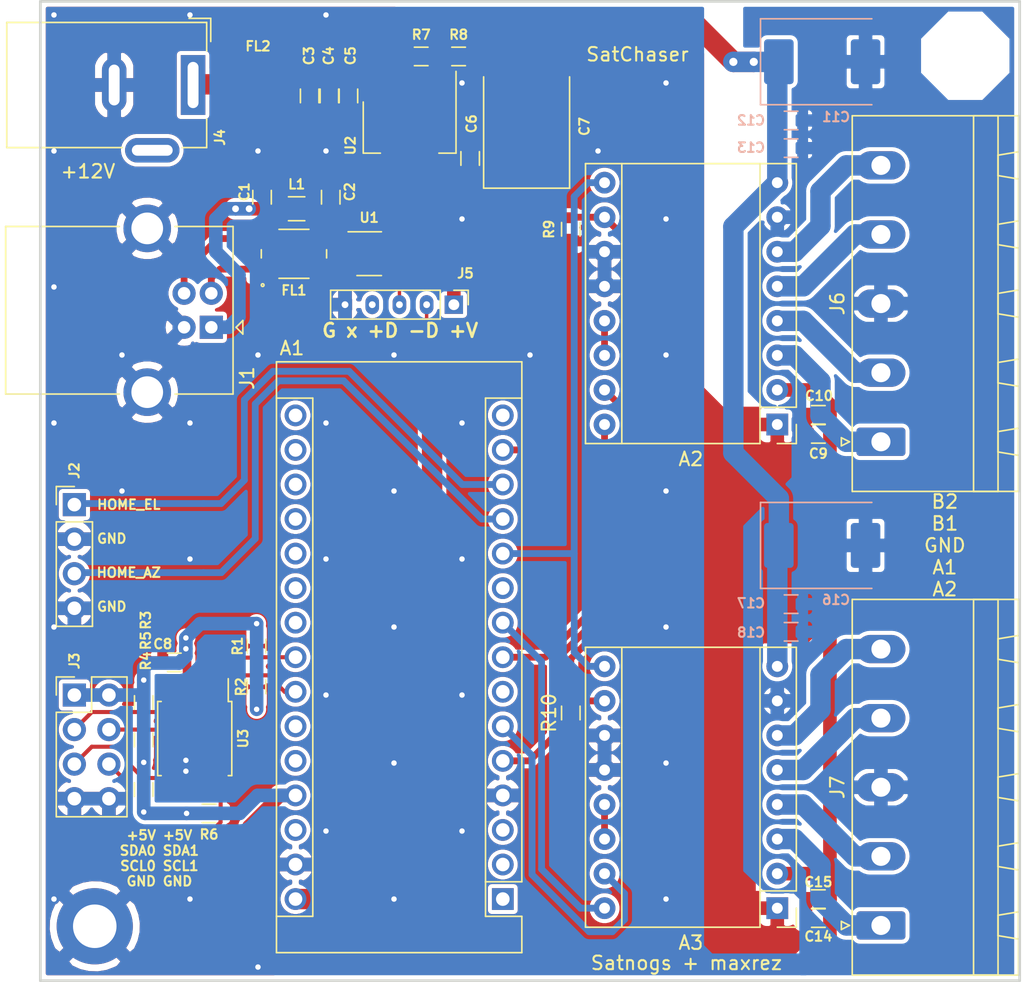
<source format=kicad_pcb>
(kicad_pcb (version 20171130) (host pcbnew "(5.1.10)-1")
  (layers (0 F.Cu signal) (31 B.Cu signal) (34 B.Paste user) (35 F.Paste user) (36 B.SilkS user) (37 F.SilkS user) (38 B.Mask user) (39 F.Mask user) (44 Edge.Cuts user))
  (net 0 "")
  (net 1 "Net-(A1-Pad16)")
  (net 2 "Net-(A1-Pad15)")
  (net 3 "Net-(A1-Pad28)")
  (net 4 "Net-(A1-Pad26)")
  (net 5 "Net-(A1-Pad10)")
  (net 6 "Net-(A1-Pad25)")
  (net 7 "Net-(A1-Pad24)")
  (net 8 "Net-(A1-Pad23)")
  (net 9 "Net-(A1-Pad7)")
  (net 10 "Net-(A1-Pad22)")
  (net 11 "Net-(A1-Pad21)")
  (net 12 "Net-(A1-Pad20)")
  (net 13 "Net-(A1-Pad19)")
  (net 14 "Net-(A1-Pad3)")
  (net 15 "Net-(A1-Pad18)")
  (net 16 "Net-(A1-Pad2)")
  (net 17 "Net-(A1-Pad17)")
  (net 18 "Net-(A1-Pad1)")
  (net 19 "Net-(A2-Pad6)")
  (net 20 "Net-(A2-Pad13)")
  (net 21 "Net-(A2-Pad5)")
  (net 22 "Net-(A2-Pad4)")
  (net 23 "Net-(A2-Pad3)")
  (net 24 "Net-(A3-Pad6)")
  (net 25 "Net-(A3-Pad13)")
  (net 26 "Net-(A3-Pad5)")
  (net 27 "Net-(A3-Pad4)")
  (net 28 "Net-(A3-Pad3)")
  (net 29 DIR_1)
  (net 30 +12V)
  (net 31 STEP_1)
  (net 32 GND)
  (net 33 MS1)
  (net 34 +5V)
  (net 35 M_EN)
  (net 36 DIR_2)
  (net 37 STEP_2)
  (net 38 "Net-(FL1-Pad2)")
  (net 39 "Net-(FL1-Pad3)")
  (net 40 "Net-(FL1-Pad4)")
  (net 41 "Net-(FL1-Pad1)")
  (net 42 +7.5V)
  (net 43 HOME_EL)
  (net 44 HOME_AZ)
  (net 45 "Net-(FL2-Pad1)")
  (net 46 "Net-(J5-Pad3)")
  (net 47 "Net-(J5-Pad2)")
  (net 48 "Net-(J5-Pad4)")
  (net 49 SENS_SDA0)
  (net 50 SENS_SCL0)
  (net 51 SENS_SDA1)
  (net 52 SENS_SCL1)
  (net 53 "Net-(C1-Pad2)")
  (net 54 "Net-(C2-Pad2)")
  (net 55 "Net-(R7-Pad2)")
  (module MountingHole:MountingHole_3.2mm_M3_DIN965 (layer F.Cu) (at 182 68)
    (fp_text reference H2 hide)
    (fp_text value MountingHole hide)
    (pad 1 np_thru_hole circle (at 0 0) (size 3.2 3.2) (drill 3.2) (layers *.Cu *.Mask))
  )
  (module MountingHole:MountingHole_3.2mm_M3_DIN965_Pad (layer F.Cu) (at 118 132)
    (fp_text reference H1 hide)
    (fp_text value MountingHole_Pad hide)
    (pad 1 thru_hole circle (at 0 0) (size 5.6 5.6) (drill 3.2) (layers *.Cu *.Mask) (net 32 GND))
  )
  (module Connector_PinHeader_2.54mm:PinHeader_2x04_P2.54mm_Vertical (layer F.Cu) (at 116.5 115)
    (fp_text reference J3 (at 0 -2.5 90) (layer F.SilkS) (effects (font (size 0.7 0.7))))
    (fp_text value Conn_01x05 hide)
    (pad 8 thru_hole oval (at 2.54 7.62) (size 1.7 1.7) (drill 1) (layers *.Cu *.Mask) (net 32 GND))
    (pad 7 thru_hole oval (at 0 7.62) (size 1.7 1.7) (drill 1) (layers *.Cu *.Mask) (net 32 GND))
    (pad 6 thru_hole oval (at 2.54 5.08) (size 1.7 1.7) (drill 1) (layers *.Cu *.Mask) (net 52 SENS_SCL1))
    (pad 5 thru_hole oval (at 0 5.08) (size 1.7 1.7) (drill 1) (layers *.Cu *.Mask) (net 50 SENS_SCL0))
    (pad 4 thru_hole oval (at 2.54 2.54) (size 1.7 1.7) (drill 1) (layers *.Cu *.Mask) (net 51 SENS_SDA1))
    (pad 3 thru_hole oval (at 0 2.54) (size 1.7 1.7) (drill 1) (layers *.Cu *.Mask) (net 49 SENS_SDA0))
    (pad 2 thru_hole oval (at 2.54 0) (size 1.7 1.7) (drill 1) (layers *.Cu *.Mask) (net 34 +5V))
    (pad 1 thru_hole rect (at 0 0) (size 1.7 1.7) (drill 1) (layers *.Cu *.Mask) (net 34 +5V))
  )
  (module Package_SO:SOIC-8_5.23x5.23mm_P1.27mm (layer F.Cu) (at 125.35 118.2 270)
    (fp_text reference U3 (at 0 -3.56 90) (layer F.SilkS) (effects (font (size 0.7 0.7))))
    (fp_text value PCA9540 hide)
    (pad 8 smd roundrect (at 3.6 -1.905 270) (size 1.6 0.6) (layers F.Cu F.Paste F.Mask) (net 52 SENS_SCL1))
    (pad 7 smd roundrect (at 3.6 -0.635 270) (size 1.6 0.6) (layers F.Cu F.Paste F.Mask) (net 51 SENS_SDA1))
    (pad 6 smd roundrect (at 3.6 0.635 270) (size 1.6 0.6) (layers F.Cu F.Paste F.Mask) (net 32 GND))
    (pad 5 smd roundrect (at 3.6 1.905 270) (size 1.6 0.6) (layers F.Cu F.Paste F.Mask) (net 50 SENS_SCL0))
    (pad 4 smd roundrect (at -3.6 1.905 270) (size 1.6 0.6) (layers F.Cu F.Paste F.Mask) (net 49 SENS_SDA0))
    (pad 3 smd roundrect (at -3.6 0.635 270) (size 1.6 0.6) (layers F.Cu F.Paste F.Mask) (net 34 +5V))
    (pad 2 smd roundrect (at -3.6 -0.635 270) (size 1.6 0.6) (layers F.Cu F.Paste F.Mask) (net 8 "Net-(A1-Pad23)"))
    (pad 1 smd roundrect (at -3.6 -1.905 270) (size 1.6 0.6) (layers F.Cu F.Paste F.Mask) (net 7 "Net-(A1-Pad24)"))
  )
  (module Spacemanic_SMD:R_0603_HS_b (layer F.Cu) (at 126.4 123.7)
    (fp_text reference R6 (at 0 1.55) (layer F.SilkS) (effects (font (size 0.7 0.7))))
    (fp_text value 100k hide)
    (pad 2 smd rect (at 0.85 0) (size 0.8 0.9) (layers F.Cu F.Paste F.Mask) (net 52 SENS_SCL1))
    (pad 1 smd rect (at -0.85 0) (size 0.8 0.9) (layers F.Cu F.Paste F.Mask) (net 34 +5V))
  )
  (module Spacemanic_SMD:R_0603_HS_b (layer F.Cu) (at 121.6 118.3 270)
    (fp_text reference R5 (at -7.3 -0.15 90) (layer F.SilkS) (effects (font (size 0.7 0.7))))
    (fp_text value 100k hide)
    (pad 2 smd rect (at 0.85 0 270) (size 0.8 0.9) (layers F.Cu F.Paste F.Mask) (net 34 +5V))
    (pad 1 smd rect (at -0.85 0 270) (size 0.8 0.9) (layers F.Cu F.Paste F.Mask) (net 51 SENS_SDA1))
  )
  (module Spacemanic_SMD:R_0603_HS_b (layer F.Cu) (at 121.6 121.95 90)
    (fp_text reference R4 (at 9.45 0.15 90) (layer F.SilkS) (effects (font (size 0.7 0.7))))
    (fp_text value 100k hide)
    (pad 2 smd rect (at 0.85 0 90) (size 0.8 0.9) (layers F.Cu F.Paste F.Mask) (net 50 SENS_SCL0))
    (pad 1 smd rect (at -0.85 0 90) (size 0.8 0.9) (layers F.Cu F.Paste F.Mask) (net 34 +5V))
  )
  (module Spacemanic_SMD:R_0603_HS_b (layer F.Cu) (at 121.6 115.55 90)
    (fp_text reference R3 (at 6.05 0.15 90) (layer F.SilkS) (effects (font (size 0.7 0.7))))
    (fp_text value 100k hide)
    (pad 2 smd rect (at 0.85 0 90) (size 0.8 0.9) (layers F.Cu F.Paste F.Mask) (net 34 +5V))
    (pad 1 smd rect (at -0.85 0 90) (size 0.8 0.9) (layers F.Cu F.Paste F.Mask) (net 49 SENS_SDA0))
  )
  (module Spacemanic_SMD:R_0603_HS_b (layer F.Cu) (at 129.9 114.4 90)
    (fp_text reference R2 (at 0 -1.15 90) (layer F.SilkS) (effects (font (size 0.7 0.7))))
    (fp_text value 100k)
    (pad 2 smd rect (at 0.85 0 90) (size 0.8 0.9) (layers F.Cu F.Paste F.Mask) (net 7 "Net-(A1-Pad24)"))
    (pad 1 smd rect (at -0.85 0 90) (size 0.8 0.9) (layers F.Cu F.Paste F.Mask) (net 34 +5V))
  )
  (module Spacemanic_SMD:R_0603_HS_b (layer F.Cu) (at 129.9 111.4 90)
    (fp_text reference R1 (at 0 -1.4 90) (layer F.SilkS) (effects (font (size 0.7 0.7))))
    (fp_text value 100k)
    (pad 2 smd rect (at 0.85 0 90) (size 0.8 0.9) (layers F.Cu F.Paste F.Mask) (net 34 +5V))
    (pad 1 smd rect (at -0.85 0 90) (size 0.8 0.9) (layers F.Cu F.Paste F.Mask) (net 8 "Net-(A1-Pad23)"))
  )
  (module Spacemanic_SMD:C_0603_HS (layer F.Cu) (at 123.85 112.6)
    (fp_text reference C8 (at -0.85 -1.35) (layer F.SilkS) (effects (font (size 0.7 0.7))))
    (fp_text value 100nF hide)
    (pad 1 smd rect (at -0.85 0) (size 0.8 0.9) (layers F.Cu F.Paste F.Mask) (net 32 GND))
    (pad 2 smd rect (at 0.85 0) (size 0.8 0.9) (layers F.Cu F.Paste F.Mask) (net 34 +5V))
  )
  (module Connector_PinHeader_2.54mm:PinHeader_1x04_P2.54mm_Vertical (layer F.Cu) (at 116.5 101)
    (fp_text reference J2 (at 0 -2.5 90) (layer F.SilkS) (effects (font (size 0.7 0.7))))
    (fp_text value Conn_01x05 hide)
    (pad 4 thru_hole oval (at 0 7.62) (size 1.7 1.7) (drill 1) (layers *.Cu *.Mask) (net 32 GND))
    (pad 3 thru_hole oval (at 0 5.08) (size 1.7 1.7) (drill 1) (layers *.Cu *.Mask) (net 44 HOME_AZ))
    (pad 2 thru_hole oval (at 0 2.54) (size 1.7 1.7) (drill 1) (layers *.Cu *.Mask) (net 32 GND))
    (pad 1 thru_hole rect (at 0 0) (size 1.7 1.7) (drill 1) (layers *.Cu *.Mask) (net 43 HOME_EL))
  )
  (module Connector_PinHeader_2.00mm:PinHeader_1x05_P2.00mm_Vertical (layer F.Cu) (at 144.4 86.3 270)
    (fp_text reference J5 (at -2.3 -0.85 180) (layer F.SilkS) (effects (font (size 0.7 0.7))))
    (fp_text value Conn_01x05 hide)
    (pad 5 thru_hole oval (at 0 8 270) (size 1.4 1) (drill 0.5) (layers *.Cu *.Mask) (net 32 GND))
    (pad 4 thru_hole oval (at 0 6 270) (size 1.4 1) (drill 0.5) (layers *.Cu *.Mask) (net 48 "Net-(J5-Pad4)"))
    (pad 3 thru_hole oval (at 0 4 270) (size 1.4 1) (drill 0.5) (layers *.Cu *.Mask) (net 46 "Net-(J5-Pad3)"))
    (pad 2 thru_hole oval (at 0 2 270) (size 1.4 1) (drill 0.5) (layers *.Cu *.Mask) (net 47 "Net-(J5-Pad2)"))
    (pad 1 thru_hole rect (at 0 0 270) (size 1.35 1.35) (drill 0.8) (layers *.Cu *.Mask) (net 54 "Net-(C2-Pad2)"))
  )
  (module Spacemanic_SMD:R_0603_HS_b (layer F.Cu) (at 144.75 68.05)
    (fp_text reference R8 (at 0 -1.6) (layer F.SilkS) (effects (font (size 0.7 0.7))))
    (fp_text value ? hide)
    (pad 1 smd rect (at -0.85 0) (size 0.8 0.9) (layers F.Cu F.Paste F.Mask) (net 55 "Net-(R7-Pad2)"))
    (pad 2 smd rect (at 0.85 0) (size 0.8 0.9) (layers F.Cu F.Paste F.Mask) (net 32 GND))
  )
  (module Spacemanic_SMD:R_0603_HS_b (layer F.Cu) (at 142 68.05)
    (fp_text reference R7 (at 0 -1.6) (layer F.SilkS) (effects (font (size 0.7 0.7))))
    (fp_text value ? hide)
    (pad 1 smd rect (at -0.85 0) (size 0.8 0.9) (layers F.Cu F.Paste F.Mask) (net 42 +7.5V))
    (pad 2 smd rect (at 0.85 0) (size 0.8 0.9) (layers F.Cu F.Paste F.Mask) (net 55 "Net-(R7-Pad2)"))
  )
  (module Spacemanic_SMD:R_0603_HS_b (layer F.Cu) (at 153 116.319 90)
    (fp_text reference R10 (at 0 -1.6 90) (layer F.SilkS))
    (fp_text value 100k hide)
    (pad 1 smd rect (at -0.85 0 90) (size 0.8 0.9) (layers F.Cu F.Paste F.Mask) (net 32 GND))
    (pad 2 smd rect (at 0.85 0 90) (size 0.8 0.9) (layers F.Cu F.Paste F.Mask) (net 33 MS1))
  )
  (module Spacemanic_SMD:R_0603_HS_b (layer F.Cu) (at 153 80.759 90)
    (fp_text reference R9 (at 0 -1.6 90) (layer F.SilkS) (effects (font (size 0.7 0.7))))
    (fp_text value 100k hide)
    (pad 1 smd rect (at -0.85 0 90) (size 0.8 0.9) (layers F.Cu F.Paste F.Mask) (net 32 GND))
    (pad 2 smd rect (at 0.85 0 90) (size 0.8 0.9) (layers F.Cu F.Paste F.Mask) (net 33 MS1))
  )
  (module Spacemanic_SMD:C_0603_HS (layer F.Cu) (at 135.25 70.95 90)
    (fp_text reference C4 (at 2.95 -0.05 90) (layer F.SilkS) (effects (font (size 0.7 0.7))))
    (fp_text value 1nF hide)
    (pad 1 smd rect (at -0.85 0 90) (size 0.8 0.9) (layers F.Cu F.Paste F.Mask) (net 32 GND))
    (pad 2 smd rect (at 0.85 0 90) (size 0.8 0.9) (layers F.Cu F.Paste F.Mask) (net 30 +12V))
  )
  (module Spacemanic_SMD:C_0603_HS (layer F.Cu) (at 133.8 70.95 90)
    (fp_text reference C3 (at 2.95 -0.05 90) (layer F.SilkS) (effects (font (size 0.7 0.7))))
    (fp_text value 100pF hide)
    (pad 1 smd rect (at -0.85 0 90) (size 0.8 0.9) (layers F.Cu F.Paste F.Mask) (net 32 GND))
    (pad 2 smd rect (at 0.85 0 90) (size 0.8 0.9) (layers F.Cu F.Paste F.Mask) (net 30 +12V))
  )
  (module Spacemanic_SMD:C_0603_HS (layer F.Cu) (at 145.6 75.55 270)
    (fp_text reference C6 (at -2.55 -0.1 90) (layer F.SilkS) (effects (font (size 0.7 0.7))))
    (fp_text value 100nF hide)
    (pad 1 smd rect (at -0.85 0 270) (size 0.8 0.9) (layers F.Cu F.Paste F.Mask) (net 32 GND))
    (pad 2 smd rect (at 0.85 0 270) (size 0.8 0.9) (layers F.Cu F.Paste F.Mask) (net 42 +7.5V))
  )
  (module Spacemanic_SMD:C_0603_HS (layer F.Cu) (at 136.65 70.95 90)
    (fp_text reference C5 (at 2.95 0.15 90) (layer F.SilkS) (effects (font (size 0.7 0.7))))
    (fp_text value 100nF hide)
    (pad 1 smd rect (at -0.85 0 90) (size 0.8 0.9) (layers F.Cu F.Paste F.Mask) (net 32 GND))
    (pad 2 smd rect (at 0.85 0 90) (size 0.8 0.9) (layers F.Cu F.Paste F.Mask) (net 30 +12V))
  )
  (module Spacemanic_SMD:C_0603_HS (layer F.Cu) (at 135.35 78.4 270)
    (fp_text reference C2 (at -0.4 -1.4 90) (layer F.SilkS) (effects (font (size 0.7 0.7))))
    (fp_text value 100nF hide)
    (pad 1 smd rect (at -0.85 0 270) (size 0.8 0.9) (layers F.Cu F.Paste F.Mask) (net 32 GND))
    (pad 2 smd rect (at 0.85 0 270) (size 0.8 0.9) (layers F.Cu F.Paste F.Mask) (net 54 "Net-(C2-Pad2)"))
  )
  (module Spacemanic_SMD:C_0603_HS (layer F.Cu) (at 130.3 78.4 270)
    (fp_text reference C1 (at -0.4 1.3 90) (layer F.SilkS) (effects (font (size 0.7 0.7))))
    (fp_text value 100nF hide)
    (pad 2 smd rect (at 0.85 0 270) (size 0.8 0.9) (layers F.Cu F.Paste F.Mask) (net 53 "Net-(C1-Pad2)"))
    (pad 1 smd rect (at -0.85 0 270) (size 0.8 0.9) (layers F.Cu F.Paste F.Mask) (net 32 GND))
  )
  (module Spacemanic_SMD:C_0603_HS (layer B.Cu) (at 169.196 110.35 180)
    (fp_text reference C18 (at 2.946 -0.05) (layer B.SilkS) (effects (font (size 0.7 0.7)) (justify mirror)))
    (fp_text value 1nF)
    (pad 2 smd rect (at 0.85 0 180) (size 0.8 0.9) (layers B.Cu B.Paste B.Mask) (net 30 +12V))
    (pad 1 smd rect (at -0.85 0 180) (size 0.8 0.9) (layers B.Cu B.Paste B.Mask) (net 32 GND))
  )
  (module Spacemanic_SMD:C_0603_HS (layer B.Cu) (at 169.196 108.318 180)
    (fp_text reference C17 (at 2.946 0.068) (layer B.SilkS) (effects (font (size 0.7 0.7)) (justify mirror)))
    (fp_text value 100nF)
    (pad 2 smd rect (at 0.85 0 180) (size 0.8 0.9) (layers B.Cu B.Paste B.Mask) (net 30 +12V))
    (pad 1 smd rect (at -0.85 0 180) (size 0.8 0.9) (layers B.Cu B.Paste B.Mask) (net 32 GND))
  )
  (module Spacemanic_SMD:C_0603_HS (layer F.Cu) (at 171.2 130)
    (fp_text reference C15 (at 0 -1.25 180) (layer F.SilkS) (effects (font (size 0.7 0.7))))
    (fp_text value 10nF hide)
    (pad 2 smd rect (at 0.85 0) (size 0.8 0.9) (layers F.Cu F.Paste F.Mask) (net 34 +5V))
    (pad 1 smd rect (at -0.85 0) (size 0.8 0.9) (layers F.Cu F.Paste F.Mask) (net 32 GND))
  )
  (module Spacemanic_SMD:C_0603_HS (layer F.Cu) (at 171.2 131.4)
    (fp_text reference C14 (at 0 1.35 180) (layer F.SilkS) (effects (font (size 0.7 0.7))))
    (fp_text value 100nF hide)
    (pad 2 smd rect (at 0.85 0) (size 0.8 0.9) (layers F.Cu F.Paste F.Mask) (net 34 +5V))
    (pad 1 smd rect (at -0.85 0) (size 0.8 0.9) (layers F.Cu F.Paste F.Mask) (net 32 GND))
  )
  (module Spacemanic_SMD:C_0603_HS (layer B.Cu) (at 169.196 74.79 180)
    (fp_text reference C13 (at 2.946 0.04) (layer B.SilkS) (effects (font (size 0.7 0.7)) (justify mirror)))
    (fp_text value 1nF)
    (pad 2 smd rect (at 0.85 0 180) (size 0.8 0.9) (layers B.Cu B.Paste B.Mask) (net 30 +12V))
    (pad 1 smd rect (at -0.85 0 180) (size 0.8 0.9) (layers B.Cu B.Paste B.Mask) (net 32 GND))
  )
  (module Spacemanic_SMD:C_0603_HS (layer B.Cu) (at 169.196 72.758 180)
    (fp_text reference C12 (at 2.946 0.008) (layer B.SilkS) (effects (font (size 0.7 0.7)) (justify mirror)))
    (fp_text value 100nF)
    (pad 2 smd rect (at 0.85 0 180) (size 0.8 0.9) (layers B.Cu B.Paste B.Mask) (net 30 +12V))
    (pad 1 smd rect (at -0.85 0 180) (size 0.8 0.9) (layers B.Cu B.Paste B.Mask) (net 32 GND))
  )
  (module Spacemanic_SMD:C_0603_HS (layer F.Cu) (at 171.2 94.4)
    (fp_text reference C10 (at 0.05 -1.4 180) (layer F.SilkS) (effects (font (size 0.7 0.7))))
    (fp_text value 10nF hide)
    (pad 2 smd rect (at 0.85 0) (size 0.8 0.9) (layers F.Cu F.Paste F.Mask) (net 34 +5V))
    (pad 1 smd rect (at -0.85 0) (size 0.8 0.9) (layers F.Cu F.Paste F.Mask) (net 32 GND))
  )
  (module Spacemanic_SMD:C_0603_HS (layer F.Cu) (at 171.2 95.8)
    (fp_text reference C9 (at 0 1.45 180) (layer F.SilkS) (effects (font (size 0.7 0.7))))
    (fp_text value 100nF hide)
    (pad 2 smd rect (at 0.85 0) (size 0.8 0.9) (layers F.Cu F.Paste F.Mask) (net 34 +5V))
    (pad 1 smd rect (at -0.85 0) (size 0.8 0.9) (layers F.Cu F.Paste F.Mask) (net 32 GND))
  )
  (module Spacemanic_SMD:R_0805_HS_b (layer F.Cu) (at 132.842 79.248)
    (fp_text reference L1 (at 0 -1.8) (layer F.SilkS) (effects (font (size 0.7 0.7))))
    (fp_text value FB hide)
    (pad 1 smd rect (at -1.05 0) (size 1 1.35) (layers F.Cu F.Paste F.Mask) (net 53 "Net-(C1-Pad2)"))
    (pad 2 smd rect (at 1.05 0) (size 1 1.35) (layers F.Cu F.Paste F.Mask) (net 54 "Net-(C2-Pad2)"))
  )
  (module Connector_BarrelJack:BarrelJack_Wuerth_6941xx301002 (layer F.Cu) (at 125.228 70.15 270)
    (fp_text reference J4 (at 3.85 -1.972 90) (layer F.SilkS) (effects (font (size 0.7 0.7))))
    (fp_text value Conn_01x04 hide)
    (pad 1 thru_hole rect (at 0 0 270) (size 4.4 1.8) (drill oval 3.4 0.8) (layers *.Cu *.Mask) (net 45 "Net-(FL2-Pad1)"))
    (pad 2 thru_hole oval (at 0 5.8 270) (size 4 1.8) (drill oval 3 0.8) (layers *.Cu *.Mask) (net 32 GND))
    (pad 3 thru_hole oval (at 4.8 3) (size 4 1.8) (drill oval 3 0.8) (layers *.Cu *.Mask))
  )
  (module Capacitor_Tantalum_SMD:CP_EIA-7361-438_AVX-U_Pad2.18x3.30mm_HandSolder (layer F.Cu) (at 149.75 73.2 90)
    (fp_text reference C7 (at 0 4.25 90) (layer F.SilkS) (effects (font (size 0.7 0.7))))
    (fp_text value 100uF hide)
    (pad 2 smd roundrect (at 3.1875 0 90) (size 2.175 3.3) (layers F.Cu F.Paste F.Mask) (roundrect_rratio 0.1149429885057471) (net 32 GND))
    (pad 1 smd roundrect (at -3.1875 0 90) (size 2.175 3.3) (layers F.Cu F.Paste F.Mask) (roundrect_rratio 0.1149429885057471) (net 42 +7.5V))
  )
  (module Capacitor_Tantalum_SMD:CP_EIA-7361-438_AVX-U_Pad2.18x3.30mm_HandSolder (layer B.Cu) (at 171.482 104)
    (fp_text reference C16 (at 1.018 4) (layer B.SilkS) (effects (font (size 0.7 0.7)) (justify mirror)))
    (fp_text value 100uF)
    (pad 2 smd roundrect (at 3.1875 0) (size 2.175 3.3) (layers B.Cu B.Paste B.Mask) (roundrect_rratio 0.1149429885057471) (net 32 GND))
    (pad 1 smd roundrect (at -3.1875 0) (size 2.175 3.3) (layers B.Cu B.Paste B.Mask) (roundrect_rratio 0.1149429885057471) (net 30 +12V))
  )
  (module Capacitor_Tantalum_SMD:CP_EIA-7361-438_AVX-U_Pad2.18x3.30mm_HandSolder (layer B.Cu) (at 171.482 68.44)
    (fp_text reference C11 (at 1.018 4.06) (layer B.SilkS) (effects (font (size 0.7 0.7)) (justify mirror)))
    (fp_text value 100uF)
    (pad 2 smd roundrect (at 3.1875 0) (size 2.175 3.3) (layers B.Cu B.Paste B.Mask) (roundrect_rratio 0.1149429885057471) (net 32 GND))
    (pad 1 smd roundrect (at -3.1875 0) (size 2.175 3.3) (layers B.Cu B.Paste B.Mask) (roundrect_rratio 0.1149429885057471) (net 30 +12V))
  )
  (module Connector_Phoenix_MSTB:PhoenixContact_MSTBA_2,5_5-G-5,08_1x05_P5.08mm_Horizontal (layer F.Cu) (at 175.8 131.94 90)
    (fp_text reference J7 (at 10.16 -3.2 90) (layer F.SilkS))
    (fp_text value Conn_01x05 hide)
    (pad 1 thru_hole roundrect (at 0 0 90) (size 2.08 3.6) (drill 1.4) (layers *.Cu *.Mask) (roundrect_rratio 0.1201918269230769) (net 28 "Net-(A3-Pad3)"))
    (pad 2 thru_hole oval (at 5.08 0 90) (size 2.08 3.6) (drill 1.4) (layers *.Cu *.Mask) (net 27 "Net-(A3-Pad4)"))
    (pad 3 thru_hole oval (at 10.16 0 90) (size 2.08 3.6) (drill 1.4) (layers *.Cu *.Mask) (net 32 GND))
    (pad 4 thru_hole oval (at 15.24 0 90) (size 2.08 3.6) (drill 1.4) (layers *.Cu *.Mask) (net 26 "Net-(A3-Pad5)"))
    (pad 5 thru_hole oval (at 20.32 0 90) (size 2.08 3.6) (drill 1.4) (layers *.Cu *.Mask) (net 24 "Net-(A3-Pad6)"))
  )
  (module Connector_Phoenix_MSTB:PhoenixContact_MSTBA_2,5_5-G-5,08_1x05_P5.08mm_Horizontal (layer F.Cu) (at 175.8 96.38 90)
    (fp_text reference J6 (at 10.16 -3.2 90) (layer F.SilkS))
    (fp_text value Conn_01x05 hide)
    (pad 1 thru_hole roundrect (at 0 0 90) (size 2.08 3.6) (drill 1.4) (layers *.Cu *.Mask) (roundrect_rratio 0.1201918269230769) (net 23 "Net-(A2-Pad3)"))
    (pad 2 thru_hole oval (at 5.08 0 90) (size 2.08 3.6) (drill 1.4) (layers *.Cu *.Mask) (net 22 "Net-(A2-Pad4)"))
    (pad 3 thru_hole oval (at 10.16 0 90) (size 2.08 3.6) (drill 1.4) (layers *.Cu *.Mask) (net 32 GND))
    (pad 4 thru_hole oval (at 15.24 0 90) (size 2.08 3.6) (drill 1.4) (layers *.Cu *.Mask) (net 21 "Net-(A2-Pad5)"))
    (pad 5 thru_hole oval (at 20.32 0 90) (size 2.08 3.6) (drill 1.4) (layers *.Cu *.Mask) (net 19 "Net-(A2-Pad6)"))
  )
  (module Spacemanic_IO:WE-CNSW_1812_HS (layer F.Cu) (at 132.644 82.562)
    (fp_text reference FL1 (at 0 2.688) (layer F.SilkS) (effects (font (size 0.7 0.7))))
    (fp_text value EMI_filter hide)
    (pad 3 smd rect (at 2.2 -1.125) (size 2 1.55) (layers F.Cu F.Paste F.Mask) (net 39 "Net-(FL1-Pad3)"))
    (pad 2 smd rect (at 2.2 1.125) (size 2 1.55) (layers F.Cu F.Paste F.Mask) (net 38 "Net-(FL1-Pad2)"))
    (pad 4 smd rect (at -2.2 -1.125) (size 2 1.55) (layers F.Cu F.Paste F.Mask) (net 40 "Net-(FL1-Pad4)"))
    (pad 1 smd rect (at -2.2 1.125) (size 2 1.55) (layers F.Cu F.Paste F.Mask) (net 41 "Net-(FL1-Pad1)"))
  )
  (module Package_TO_SOT_SMD:SOT-223-3_TabPin2 (layer F.Cu) (at 141.15 73.25 270)
    (fp_text reference U2 (at 1.35 4.35 90) (layer F.SilkS) (effects (font (size 0.7 0.7))))
    (fp_text value LM1117-ADJ hide)
    (pad 1 smd rect (at -3.15 -2.3 270) (size 2 1.5) (layers F.Cu F.Paste F.Mask) (net 55 "Net-(R7-Pad2)"))
    (pad 3 smd rect (at -3.15 2.3 270) (size 2 1.5) (layers F.Cu F.Paste F.Mask) (net 30 +12V))
    (pad 2 smd rect (at -3.15 0 270) (size 2 1.5) (layers F.Cu F.Paste F.Mask) (net 42 +7.5V))
    (pad 2 smd rect (at 3.15 0 270) (size 2 3.8) (layers F.Cu F.Paste F.Mask) (net 42 +7.5V))
  )
  (module "Spacemanic_SMD:LC_1206_(3216)_HS" (layer F.Cu) (at 130.05 70.1)
    (fp_text reference FL2 (at -0.05 -2.8) (layer F.SilkS) (effects (font (size 0.7 0.7))))
    (fp_text value EMI_Filter_LCL hide)
    (pad 3 smd rect (at 1.9 0) (size 2 1.8) (layers F.Cu F.Paste F.Mask) (net 30 +12V))
    (pad 2 smd rect (at 0 0) (size 1 2.5) (layers F.Cu F.Paste F.Mask) (net 32 GND))
    (pad 1 smd rect (at -1.9 0) (size 2 1.8) (layers F.Cu F.Paste F.Mask) (net 45 "Net-(FL2-Pad1)"))
  )
  (module Connector_USB:USB_B_OST_USB-B1HSxx_Horizontal (layer F.Cu) (at 126.568 87.962 180)
    (fp_text reference J1 (at -2.632 -3.738 90) (layer F.SilkS))
    (fp_text value USB_B)
    (pad 5 thru_hole circle (at 4.71 7.27 180) (size 3.5 3.5) (drill 2.33) (layers *.Cu *.Mask) (net 32 GND))
    (pad 5 thru_hole circle (at 4.71 -4.77 180) (size 3.5 3.5) (drill 2.33) (layers *.Cu *.Mask) (net 32 GND))
    (pad 4 thru_hole circle (at 2 0 180) (size 1.7 1.7) (drill 0.92) (layers *.Cu *.Mask) (net 32 GND))
    (pad 3 thru_hole circle (at 2 2.5 180) (size 1.7 1.7) (drill 0.92) (layers *.Cu *.Mask) (net 40 "Net-(FL1-Pad4)"))
    (pad 2 thru_hole circle (at 0 2.5 180) (size 1.7 1.7) (drill 0.92) (layers *.Cu *.Mask) (net 41 "Net-(FL1-Pad1)"))
    (pad 1 thru_hole rect (at 0 0 180) (size 1.7 1.7) (drill 0.92) (layers *.Cu *.Mask) (net 53 "Net-(C1-Pad2)"))
  )
  (module Package_TO_SOT_SMD:SOT-23-6 (layer F.Cu) (at 138.176 82.55)
    (fp_text reference U1 (at 0 -2.65) (layer F.SilkS) (effects (font (size 0.7 0.7))))
    (fp_text value WE-TVS-82400102 hide)
    (pad 5 smd rect (at 1.1 0) (size 1.06 0.65) (layers F.Cu F.Paste F.Mask) (net 54 "Net-(C2-Pad2)"))
    (pad 6 smd rect (at 1.1 -0.95) (size 1.06 0.65) (layers F.Cu F.Paste F.Mask) (net 46 "Net-(J5-Pad3)"))
    (pad 4 smd rect (at 1.1 0.95) (size 1.06 0.65) (layers F.Cu F.Paste F.Mask) (net 47 "Net-(J5-Pad2)"))
    (pad 3 smd rect (at -1.1 0.95) (size 1.06 0.65) (layers F.Cu F.Paste F.Mask) (net 38 "Net-(FL1-Pad2)"))
    (pad 2 smd rect (at -1.1 0) (size 1.06 0.65) (layers F.Cu F.Paste F.Mask) (net 32 GND))
    (pad 1 smd rect (at -1.1 -0.95) (size 1.06 0.65) (layers F.Cu F.Paste F.Mask) (net 39 "Net-(FL1-Pad3)"))
  )
  (module Module:Pololu_Breakout-16_15.2x20.3mm (layer F.Cu) (at 168.18 130.67 180)
    (fp_text reference A3 (at 6.35 -2.54) (layer F.SilkS))
    (fp_text value DRV8825 hide)
    (pad 1 thru_hole rect (at 0 0 180) (size 1.6 1.6) (drill 0.8) (layers *.Cu *.Mask) (net 32 GND))
    (pad 9 thru_hole oval (at 12.7 17.78 180) (size 1.6 1.6) (drill 0.8) (layers *.Cu *.Mask) (net 35 M_EN))
    (pad 2 thru_hole oval (at 0 2.54 180) (size 1.6 1.6) (drill 0.8) (layers *.Cu *.Mask) (net 34 +5V))
    (pad 10 thru_hole oval (at 12.7 15.24 180) (size 1.6 1.6) (drill 0.8) (layers *.Cu *.Mask) (net 33 MS1))
    (pad 3 thru_hole oval (at 0 5.08 180) (size 1.6 1.6) (drill 0.8) (layers *.Cu *.Mask) (net 28 "Net-(A3-Pad3)"))
    (pad 11 thru_hole oval (at 12.7 12.7 180) (size 1.6 1.6) (drill 0.8) (layers *.Cu *.Mask) (net 32 GND))
    (pad 4 thru_hole oval (at 0 7.62 180) (size 1.6 1.6) (drill 0.8) (layers *.Cu *.Mask) (net 27 "Net-(A3-Pad4)"))
    (pad 12 thru_hole oval (at 12.7 10.16 180) (size 1.6 1.6) (drill 0.8) (layers *.Cu *.Mask) (net 32 GND))
    (pad 5 thru_hole oval (at 0 10.16 180) (size 1.6 1.6) (drill 0.8) (layers *.Cu *.Mask) (net 26 "Net-(A3-Pad5)"))
    (pad 13 thru_hole oval (at 12.7 7.62 180) (size 1.6 1.6) (drill 0.8) (layers *.Cu *.Mask) (net 25 "Net-(A3-Pad13)"))
    (pad 6 thru_hole oval (at 0 12.7 180) (size 1.6 1.6) (drill 0.8) (layers *.Cu *.Mask) (net 24 "Net-(A3-Pad6)"))
    (pad 14 thru_hole oval (at 12.7 5.08 180) (size 1.6 1.6) (drill 0.8) (layers *.Cu *.Mask) (net 25 "Net-(A3-Pad13)"))
    (pad 7 thru_hole oval (at 0 15.24 180) (size 1.6 1.6) (drill 0.8) (layers *.Cu *.Mask) (net 32 GND))
    (pad 15 thru_hole oval (at 12.7 2.54 180) (size 1.6 1.6) (drill 0.8) (layers *.Cu *.Mask) (net 37 STEP_2))
    (pad 8 thru_hole oval (at 0 17.78 180) (size 1.6 1.6) (drill 0.8) (layers *.Cu *.Mask) (net 30 +12V))
    (pad 16 thru_hole oval (at 12.7 0 180) (size 1.6 1.6) (drill 0.8) (layers *.Cu *.Mask) (net 36 DIR_2))
  )
  (module Module:Pololu_Breakout-16_15.2x20.3mm (layer F.Cu) (at 168.18 95.11 180)
    (fp_text reference A2 (at 6.35 -2.54) (layer F.SilkS))
    (fp_text value DRV8825 hide)
    (pad 1 thru_hole rect (at 0 0 180) (size 1.6 1.6) (drill 0.8) (layers *.Cu *.Mask) (net 32 GND))
    (pad 9 thru_hole oval (at 12.7 17.78 180) (size 1.6 1.6) (drill 0.8) (layers *.Cu *.Mask) (net 35 M_EN))
    (pad 2 thru_hole oval (at 0 2.54 180) (size 1.6 1.6) (drill 0.8) (layers *.Cu *.Mask) (net 34 +5V))
    (pad 10 thru_hole oval (at 12.7 15.24 180) (size 1.6 1.6) (drill 0.8) (layers *.Cu *.Mask) (net 33 MS1))
    (pad 3 thru_hole oval (at 0 5.08 180) (size 1.6 1.6) (drill 0.8) (layers *.Cu *.Mask) (net 23 "Net-(A2-Pad3)"))
    (pad 11 thru_hole oval (at 12.7 12.7 180) (size 1.6 1.6) (drill 0.8) (layers *.Cu *.Mask) (net 32 GND))
    (pad 4 thru_hole oval (at 0 7.62 180) (size 1.6 1.6) (drill 0.8) (layers *.Cu *.Mask) (net 22 "Net-(A2-Pad4)"))
    (pad 12 thru_hole oval (at 12.7 10.16 180) (size 1.6 1.6) (drill 0.8) (layers *.Cu *.Mask) (net 32 GND))
    (pad 5 thru_hole oval (at 0 10.16 180) (size 1.6 1.6) (drill 0.8) (layers *.Cu *.Mask) (net 21 "Net-(A2-Pad5)"))
    (pad 13 thru_hole oval (at 12.7 7.62 180) (size 1.6 1.6) (drill 0.8) (layers *.Cu *.Mask) (net 20 "Net-(A2-Pad13)"))
    (pad 6 thru_hole oval (at 0 12.7 180) (size 1.6 1.6) (drill 0.8) (layers *.Cu *.Mask) (net 19 "Net-(A2-Pad6)"))
    (pad 14 thru_hole oval (at 12.7 5.08 180) (size 1.6 1.6) (drill 0.8) (layers *.Cu *.Mask) (net 20 "Net-(A2-Pad13)"))
    (pad 7 thru_hole oval (at 0 15.24 180) (size 1.6 1.6) (drill 0.8) (layers *.Cu *.Mask) (net 32 GND))
    (pad 15 thru_hole oval (at 12.7 2.54 180) (size 1.6 1.6) (drill 0.8) (layers *.Cu *.Mask) (net 31 STEP_1))
    (pad 8 thru_hole oval (at 0 17.78 180) (size 1.6 1.6) (drill 0.8) (layers *.Cu *.Mask) (net 30 +12V))
    (pad 16 thru_hole oval (at 12.7 0 180) (size 1.6 1.6) (drill 0.8) (layers *.Cu *.Mask) (net 29 DIR_1))
  )
  (module Module:Arduino_Nano (layer F.Cu) (at 148 130 180)
    (fp_text reference A1 (at 15.5 40.5) (layer F.SilkS))
    (fp_text value Arduino_Nano_v3.x)
    (pad 16 thru_hole oval (at 15.24 35.56 180) (size 1.6 1.6) (drill 1) (layers *.Cu *.Mask) (net 1 "Net-(A1-Pad16)"))
    (pad 15 thru_hole oval (at 0 35.56 180) (size 1.6 1.6) (drill 1) (layers *.Cu *.Mask) (net 2 "Net-(A1-Pad15)"))
    (pad 30 thru_hole oval (at 15.24 0 180) (size 1.6 1.6) (drill 1) (layers *.Cu *.Mask) (net 42 +7.5V))
    (pad 14 thru_hole oval (at 0 33.02 180) (size 1.6 1.6) (drill 1) (layers *.Cu *.Mask) (net 33 MS1))
    (pad 29 thru_hole oval (at 15.24 2.54 180) (size 1.6 1.6) (drill 1) (layers *.Cu *.Mask) (net 32 GND))
    (pad 13 thru_hole oval (at 0 30.48 180) (size 1.6 1.6) (drill 1) (layers *.Cu *.Mask) (net 43 HOME_EL))
    (pad 28 thru_hole oval (at 15.24 5.08 180) (size 1.6 1.6) (drill 1) (layers *.Cu *.Mask) (net 3 "Net-(A1-Pad28)"))
    (pad 12 thru_hole oval (at 0 27.94 180) (size 1.6 1.6) (drill 1) (layers *.Cu *.Mask) (net 44 HOME_AZ))
    (pad 27 thru_hole oval (at 15.24 7.62 180) (size 1.6 1.6) (drill 1) (layers *.Cu *.Mask) (net 34 +5V))
    (pad 11 thru_hole oval (at 0 25.4 180) (size 1.6 1.6) (drill 1) (layers *.Cu *.Mask) (net 35 M_EN))
    (pad 26 thru_hole oval (at 15.24 10.16 180) (size 1.6 1.6) (drill 1) (layers *.Cu *.Mask) (net 4 "Net-(A1-Pad26)"))
    (pad 10 thru_hole oval (at 0 22.86 180) (size 1.6 1.6) (drill 1) (layers *.Cu *.Mask) (net 5 "Net-(A1-Pad10)"))
    (pad 25 thru_hole oval (at 15.24 12.7 180) (size 1.6 1.6) (drill 1) (layers *.Cu *.Mask) (net 6 "Net-(A1-Pad25)"))
    (pad 9 thru_hole oval (at 0 20.32 180) (size 1.6 1.6) (drill 1) (layers *.Cu *.Mask) (net 36 DIR_2))
    (pad 24 thru_hole oval (at 15.24 15.24 180) (size 1.6 1.6) (drill 1) (layers *.Cu *.Mask) (net 7 "Net-(A1-Pad24)"))
    (pad 8 thru_hole oval (at 0 17.78 180) (size 1.6 1.6) (drill 1) (layers *.Cu *.Mask) (net 29 DIR_1))
    (pad 23 thru_hole oval (at 15.24 17.78 180) (size 1.6 1.6) (drill 1) (layers *.Cu *.Mask) (net 8 "Net-(A1-Pad23)"))
    (pad 7 thru_hole oval (at 0 15.24 180) (size 1.6 1.6) (drill 1) (layers *.Cu *.Mask) (net 9 "Net-(A1-Pad7)"))
    (pad 22 thru_hole oval (at 15.24 20.32 180) (size 1.6 1.6) (drill 1) (layers *.Cu *.Mask) (net 10 "Net-(A1-Pad22)"))
    (pad 6 thru_hole oval (at 0 12.7 180) (size 1.6 1.6) (drill 1) (layers *.Cu *.Mask) (net 37 STEP_2))
    (pad 21 thru_hole oval (at 15.24 22.86 180) (size 1.6 1.6) (drill 1) (layers *.Cu *.Mask) (net 11 "Net-(A1-Pad21)"))
    (pad 5 thru_hole oval (at 0 10.16 180) (size 1.6 1.6) (drill 1) (layers *.Cu *.Mask) (net 31 STEP_1))
    (pad 20 thru_hole oval (at 15.24 25.4 180) (size 1.6 1.6) (drill 1) (layers *.Cu *.Mask) (net 12 "Net-(A1-Pad20)"))
    (pad 4 thru_hole oval (at 0 7.62 180) (size 1.6 1.6) (drill 1) (layers *.Cu *.Mask) (net 32 GND))
    (pad 19 thru_hole oval (at 15.24 27.94 180) (size 1.6 1.6) (drill 1) (layers *.Cu *.Mask) (net 13 "Net-(A1-Pad19)"))
    (pad 3 thru_hole oval (at 0 5.08 180) (size 1.6 1.6) (drill 1) (layers *.Cu *.Mask) (net 14 "Net-(A1-Pad3)"))
    (pad 18 thru_hole oval (at 15.24 30.48 180) (size 1.6 1.6) (drill 1) (layers *.Cu *.Mask) (net 15 "Net-(A1-Pad18)"))
    (pad 2 thru_hole oval (at 0 2.54 180) (size 1.6 1.6) (drill 1) (layers *.Cu *.Mask) (net 16 "Net-(A1-Pad2)"))
    (pad 17 thru_hole oval (at 15.24 33.02 180) (size 1.6 1.6) (drill 1) (layers *.Cu *.Mask) (net 17 "Net-(A1-Pad17)"))
    (pad 1 thru_hole rect (at 0 0 180) (size 1.6 1.6) (drill 1) (layers *.Cu *.Mask) (net 18 "Net-(A1-Pad1)"))
  )
  (gr_text "Satnogs + maxrez" (at 161.5 134.7) (layer F.SilkS) (effects (font (size 1 1))))
  (gr_text SatChaser (at 157.9 67.9) (layer F.SilkS) (effects (font (size 1 1))))
  (gr_text +12V (at 117.5 76.5) (layer F.SilkS) (effects (font (size 1 1))))
  (gr_text "B2\nB1\nGND\nA1\nA2" (at 180.5 104) (layer F.SilkS) (effects (font (size 1 1))))
  (gr_text "+5V +5V\nSDA0 SDA1\nSCL0 SCL1\nGND GND" (at 122.75 127) (layer F.SilkS) (effects (font (size 0.7 0.7))))
  (gr_text GND (at 119.25 108.5) (layer F.SilkS) (effects (font (size 0.7 0.7))))
  (gr_text HOME_AZ (at 120.5 106) (layer F.SilkS) (effects (font (size 0.7 0.7))))
  (gr_text GND (at 119.25 103.5) (layer F.SilkS) (effects (font (size 0.7 0.7))))
  (gr_text HOME_EL (at 120.5 101) (layer F.SilkS) (effects (font (size 0.7 0.7))))
  (gr_text "G x +D -D +V" (at 140.45 88.2) (layer F.SilkS) (effects (font (size 1 1) (thickness 0.2))))
  (gr_line (start 114 64) (end 186 64) (layer Edge.Cuts) (width 0.2))
  (gr_line (start 114 136) (end 186 136) (layer Edge.Cuts) (width 0.2))
  (gr_line (start 186 136) (end 186 64) (layer Edge.Cuts) (width 0.2))
  (gr_line (start 114 136) (end 114 64) (layer Edge.Cuts) (width 0.2))
  (segment (start 129.9 113.55) (end 130.75 113.55) (width 0.3) (layer F.Cu) (net 7))
  (segment (start 131.96 114.76) (end 132.76 114.76) (width 0.3) (layer F.Cu) (net 7))
  (segment (start 130.75 113.55) (end 131.96 114.76) (width 0.3) (layer F.Cu) (net 7))
  (segment (start 127.75 113.55) (end 129.9 113.55) (width 0.3) (layer F.Cu) (net 7))
  (segment (start 127.255 114.045) (end 127.75 113.55) (width 0.3) (layer F.Cu) (net 7))
  (segment (start 127.255 114.6) (end 127.255 114.045) (width 0.3) (layer F.Cu) (net 7))
  (segment (start 129.93 112.22) (end 129.9 112.25) (width 0.3) (layer F.Cu) (net 8))
  (segment (start 132.76 112.22) (end 129.93 112.22) (width 0.3) (layer F.Cu) (net 8))
  (segment (start 129.9 112.25) (end 127.05 112.25) (width 0.3) (layer F.Cu) (net 8))
  (segment (start 125.985 113.315) (end 125.985 114.6) (width 0.3) (layer F.Cu) (net 8))
  (segment (start 127.05 112.25) (end 125.985 113.315) (width 0.3) (layer F.Cu) (net 8))
  (segment (start 168.18 82.41) (end 169.45 82.41) (width 1.5) (layer B.Cu) (net 19))
  (segment (start 169.45 82.41) (end 171.355 80.505) (width 1.5) (layer B.Cu) (net 19))
  (segment (start 171.355 80.505) (end 171.355 77.965) (width 1.5) (layer B.Cu) (net 19))
  (segment (start 171.355 77.965) (end 173.26 76.06) (width 1.5) (layer B.Cu) (net 19))
  (segment (start 173.26 76.06) (end 175.8 76.06) (width 1.5) (layer B.Cu) (net 19))
  (segment (start 155.48 87.49) (end 155.48 90.03) (width 0.5) (layer F.Cu) (net 20))
  (segment (start 170.085 84.95) (end 173.895 81.14) (width 1.5) (layer B.Cu) (net 21))
  (segment (start 168.18 84.95) (end 170.085 84.95) (width 1.5) (layer B.Cu) (net 21))
  (segment (start 173.895 81.14) (end 175.8 81.14) (width 1.5) (layer B.Cu) (net 21))
  (segment (start 173.895 91.3) (end 175.8 91.3) (width 1.5) (layer B.Cu) (net 22))
  (segment (start 168.18 87.49) (end 170.085 87.49) (width 1.5) (layer B.Cu) (net 22))
  (segment (start 170.085 87.49) (end 173.895 91.3) (width 1.5) (layer B.Cu) (net 22))
  (segment (start 171.355 91.935) (end 171.355 94.475) (width 1.5) (layer B.Cu) (net 23))
  (segment (start 169.45 90.03) (end 171.355 91.935) (width 1.5) (layer B.Cu) (net 23))
  (segment (start 171.355 94.475) (end 173.26 96.38) (width 1.5) (layer B.Cu) (net 23))
  (segment (start 173.26 96.38) (end 175.8 96.38) (width 1.5) (layer B.Cu) (net 23))
  (segment (start 168.18 90.03) (end 169.45 90.03) (width 1.5) (layer B.Cu) (net 23))
  (segment (start 168.18 117.97) (end 169.45 117.97) (width 1.5) (layer B.Cu) (net 24))
  (segment (start 169.45 117.97) (end 171.355 116.065) (width 1.5) (layer B.Cu) (net 24))
  (segment (start 171.355 116.065) (end 171.355 113.525) (width 1.5) (layer B.Cu) (net 24))
  (segment (start 171.355 113.525) (end 173.26 111.62) (width 1.5) (layer B.Cu) (net 24))
  (segment (start 173.26 111.62) (end 175.8 111.62) (width 1.5) (layer B.Cu) (net 24))
  (segment (start 155.48 123.05) (end 155.48 125.59) (width 0.5) (layer F.Cu) (net 25))
  (segment (start 170.085 120.51) (end 173.895 116.7) (width 1.5) (layer B.Cu) (net 26))
  (segment (start 168.18 120.51) (end 170.085 120.51) (width 1.5) (layer B.Cu) (net 26))
  (segment (start 173.895 116.7) (end 175.8 116.7) (width 1.5) (layer B.Cu) (net 26))
  (segment (start 173.895 126.86) (end 175.8 126.86) (width 1.5) (layer B.Cu) (net 27))
  (segment (start 168.18 123.05) (end 170.085 123.05) (width 1.5) (layer B.Cu) (net 27))
  (segment (start 170.085 123.05) (end 173.895 126.86) (width 1.5) (layer B.Cu) (net 27))
  (segment (start 171.355 127.495) (end 171.355 130.035) (width 1.5) (layer B.Cu) (net 28))
  (segment (start 169.45 125.59) (end 171.355 127.495) (width 1.5) (layer B.Cu) (net 28))
  (segment (start 171.355 130.035) (end 173.26 131.94) (width 1.5) (layer B.Cu) (net 28))
  (segment (start 173.26 131.94) (end 175.8 131.94) (width 1.5) (layer B.Cu) (net 28))
  (segment (start 168.18 125.59) (end 169.45 125.59) (width 1.5) (layer B.Cu) (net 28))
  (segment (start 148 112.22) (end 151.13 112.22) (width 0.5) (layer F.Cu) (net 29))
  (segment (start 155.48 107.87) (end 155.48 95.11) (width 0.5) (layer F.Cu) (net 29))
  (segment (start 151.13 112.22) (end 155.48 107.87) (width 0.5) (layer F.Cu) (net 29))
  (segment (start 168.129998 112.89) (end 168.18 112.89) (width 1.5) (layer F.Cu) (net 30))
  (segment (start 168.18 112.89) (end 168.18 104.1145) (width 1.5) (layer B.Cu) (net 30))
  (via (at 164.95 68.45) (size 1.5) (drill 0.6) (layers F.Cu B.Cu) (net 30))
  (via (at 166.45 68.45) (size 1.5) (drill 0.6) (layers F.Cu B.Cu) (net 30))
  (segment (start 168.2845 68.45) (end 168.2945 68.44) (width 1.5) (layer B.Cu) (net 30))
  (segment (start 168.18 68.5545) (end 168.2945 68.44) (width 1.5) (layer B.Cu) (net 30))
  (segment (start 168.18 77.33) (end 168.18 68.5545) (width 1.5) (layer B.Cu) (net 30))
  (segment (start 131.95 70.1) (end 138.85 70.1) (width 1.5) (layer F.Cu) (net 30))
  (segment (start 164.95 80.56) (end 168.18 77.33) (width 1.5) (layer B.Cu) (net 30))
  (segment (start 164.95 97.2) (end 164.95 80.56) (width 1.5) (layer B.Cu) (net 30))
  (segment (start 168.2945 104) (end 168.2945 100.5445) (width 1.5) (layer B.Cu) (net 30))
  (segment (start 168.2945 100.5445) (end 164.95 97.2) (width 1.5) (layer B.Cu) (net 30))
  (segment (start 166.45 68.45) (end 164.95 68.45) (width 1.5) (layer F.Cu) (net 30))
  (segment (start 164.95 68.45) (end 168.2845 68.45) (width 1.5) (layer B.Cu) (net 30))
  (segment (start 140.55 65.6) (end 162.1 65.6) (width 1.5) (layer F.Cu) (net 30))
  (segment (start 138.85 67.3) (end 140.55 65.6) (width 1.5) (layer F.Cu) (net 30))
  (segment (start 162.1 65.6) (end 164.95 68.45) (width 1.5) (layer F.Cu) (net 30))
  (segment (start 138.85 70.1) (end 138.85 67.3) (width 1.5) (layer F.Cu) (net 30))
  (segment (start 149.96 119.84) (end 148 119.84) (width 0.5) (layer F.Cu) (net 31))
  (segment (start 151.8 118) (end 149.96 119.84) (width 0.5) (layer F.Cu) (net 31))
  (segment (start 151.8 112.539965) (end 151.8 118) (width 0.5) (layer F.Cu) (net 31))
  (segment (start 157 107.339965) (end 151.8 112.539965) (width 0.5) (layer F.Cu) (net 31))
  (segment (start 157 94.09) (end 157 107.339965) (width 0.5) (layer F.Cu) (net 31))
  (segment (start 155.48 92.57) (end 157 94.09) (width 0.5) (layer F.Cu) (net 31))
  (segment (start 137.73888 82.55) (end 138.2 83.01112) (width 0.3) (layer F.Cu) (net 32))
  (segment (start 137.076 82.55) (end 137.73888 82.55) (width 0.3) (layer F.Cu) (net 32))
  (segment (start 138.2 83.01112) (end 138.2 84.4) (width 0.3) (layer F.Cu) (net 32))
  (segment (start 136.4 86.2) (end 136.4 86.3) (width 0.3) (layer F.Cu) (net 32))
  (via (at 124.7 120.6) (size 0.8) (drill 0.4) (layers F.Cu B.Cu) (net 32))
  (via (at 124.7 119.8) (size 0.8) (drill 0.4) (layers F.Cu B.Cu) (net 32))
  (via (at 160 70) (size 0.8) (drill 0.4) (layers F.Cu B.Cu) (net 32))
  (via (at 160 80) (size 0.8) (drill 0.4) (layers F.Cu B.Cu) (net 32))
  (via (at 160 90) (size 0.8) (drill 0.4) (layers F.Cu B.Cu) (net 32))
  (via (at 160 100) (size 0.8) (drill 0.4) (layers F.Cu B.Cu) (net 32))
  (via (at 160 110) (size 0.8) (drill 0.4) (layers F.Cu B.Cu) (net 32))
  (via (at 160 120) (size 0.8) (drill 0.4) (layers F.Cu B.Cu) (net 32))
  (via (at 160 130) (size 0.8) (drill 0.4) (layers F.Cu B.Cu) (net 32))
  (via (at 155 75) (size 0.8) (drill 0.4) (layers F.Cu B.Cu) (net 32))
  (via (at 145 70) (size 0.8) (drill 0.4) (layers F.Cu B.Cu) (net 32))
  (via (at 140 100) (size 0.8) (drill 0.4) (layers F.Cu B.Cu) (net 32))
  (via (at 140 110) (size 0.8) (drill 0.4) (layers F.Cu B.Cu) (net 32))
  (via (at 140 120) (size 0.8) (drill 0.4) (layers F.Cu B.Cu) (net 32))
  (via (at 135 115) (size 0.8) (drill 0.4) (layers F.Cu B.Cu) (net 32))
  (via (at 135 105) (size 0.8) (drill 0.4) (layers F.Cu B.Cu) (net 32))
  (via (at 135 95) (size 0.8) (drill 0.4) (layers F.Cu B.Cu) (net 32))
  (via (at 135 125) (size 0.8) (drill 0.4) (layers F.Cu B.Cu) (net 32))
  (via (at 140 130) (size 0.8) (drill 0.4) (layers F.Cu B.Cu) (net 32))
  (via (at 145 125) (size 0.8) (drill 0.4) (layers F.Cu B.Cu) (net 32))
  (via (at 145 115) (size 0.8) (drill 0.4) (layers F.Cu B.Cu) (net 32))
  (via (at 145 105) (size 0.8) (drill 0.4) (layers F.Cu B.Cu) (net 32))
  (via (at 145 95) (size 0.8) (drill 0.4) (layers F.Cu B.Cu) (net 32))
  (via (at 125 95) (size 0.8) (drill 0.4) (layers F.Cu B.Cu) (net 32))
  (via (at 120 100) (size 0.8) (drill 0.4) (layers F.Cu B.Cu) (net 32))
  (via (at 115 95) (size 0.8) (drill 0.4) (layers F.Cu B.Cu) (net 32))
  (via (at 120 90) (size 0.8) (drill 0.4) (layers F.Cu B.Cu) (net 32))
  (via (at 115 85) (size 0.8) (drill 0.4) (layers F.Cu B.Cu) (net 32))
  (via (at 115 75) (size 0.8) (drill 0.4) (layers F.Cu B.Cu) (net 32))
  (via (at 115 65) (size 0.8) (drill 0.4) (layers F.Cu B.Cu) (net 32))
  (via (at 125 65) (size 0.8) (drill 0.4) (layers F.Cu B.Cu) (net 32))
  (via (at 135 65) (size 0.8) (drill 0.4) (layers F.Cu B.Cu) (net 32))
  (via (at 115 110) (size 0.8) (drill 0.4) (layers F.Cu B.Cu) (net 32))
  (via (at 115 130) (size 0.8) (drill 0.4) (layers F.Cu B.Cu) (net 32))
  (via (at 125 130) (size 0.8) (drill 0.4) (layers F.Cu B.Cu) (net 32))
  (via (at 130 135) (size 0.8) (drill 0.4) (layers F.Cu B.Cu) (net 32))
  (via (at 150 90) (size 0.8) (drill 0.4) (layers F.Cu B.Cu) (net 32))
  (via (at 140 90) (size 0.8) (drill 0.4) (layers F.Cu B.Cu) (net 32))
  (via (at 130 90) (size 0.8) (drill 0.4) (layers F.Cu B.Cu) (net 32))
  (via (at 125 105) (size 0.8) (drill 0.4) (layers F.Cu B.Cu) (net 32))
  (via (at 145 80) (size 0.8) (drill 0.4) (layers F.Cu B.Cu) (net 32))
  (via (at 135 75) (size 0.8) (drill 0.4) (layers F.Cu B.Cu) (net 32))
  (via (at 130 75) (size 0.8) (drill 0.4) (layers F.Cu B.Cu) (net 32))
  (segment (start 153.039 79.87) (end 153 79.909) (width 0.5) (layer F.Cu) (net 33))
  (segment (start 155.48 79.87) (end 153.039 79.87) (width 0.5) (layer F.Cu) (net 33))
  (segment (start 153.039 115.43) (end 153 115.469) (width 0.5) (layer F.Cu) (net 33))
  (segment (start 155.48 115.43) (end 153.039 115.43) (width 0.5) (layer F.Cu) (net 33))
  (segment (start 158.1 82.49) (end 155.48 79.87) (width 0.5) (layer F.Cu) (net 33))
  (segment (start 153 115.469) (end 153 112.329929) (width 0.5) (layer F.Cu) (net 33))
  (segment (start 153 112.329929) (end 158.1 107.229929) (width 0.5) (layer F.Cu) (net 33))
  (segment (start 158.1 107.229929) (end 158.1 82.49) (width 0.5) (layer F.Cu) (net 33))
  (segment (start 152.441 79.909) (end 153 79.909) (width 0.5) (layer F.Cu) (net 33))
  (segment (start 151.35 81) (end 152.441 79.909) (width 0.5) (layer F.Cu) (net 33))
  (segment (start 151.35 95.45) (end 151.35 81) (width 0.5) (layer F.Cu) (net 33))
  (segment (start 149.82 96.98) (end 151.35 95.45) (width 0.5) (layer F.Cu) (net 33))
  (segment (start 148 96.98) (end 149.82 96.98) (width 0.5) (layer F.Cu) (net 33))
  (via (at 124.7 111.6) (size 0.8) (drill 0.4) (layers F.Cu B.Cu) (net 34))
  (segment (start 168.114 92.636) (end 168.18 92.57) (width 1) (layer B.Cu) (net 34))
  (segment (start 168.18 128.13) (end 168.114 128.196) (width 1) (layer B.Cu) (net 34))
  (segment (start 172.05 131.4) (end 172.05 130) (width 1) (layer F.Cu) (net 34))
  (segment (start 172.05 130) (end 172.05 129.05) (width 1) (layer F.Cu) (net 34))
  (segment (start 172.05 93.65) (end 172.05 94.4) (width 1) (layer F.Cu) (net 34))
  (segment (start 170.97 92.57) (end 172.05 93.65) (width 1) (layer F.Cu) (net 34))
  (segment (start 168.18 92.57) (end 170.97 92.57) (width 1) (layer F.Cu) (net 34))
  (segment (start 172.05 94.4) (end 172.05 95.8) (width 1) (layer F.Cu) (net 34))
  (segment (start 171.77 128.13) (end 172.05 127.85) (width 1) (layer F.Cu) (net 34))
  (segment (start 168.18 128.13) (end 171.77 128.13) (width 1) (layer F.Cu) (net 34))
  (segment (start 172.05 127.85) (end 172.05 130) (width 1) (layer F.Cu) (net 34))
  (segment (start 172.05 127.85) (end 172.05 95.8) (width 1) (layer F.Cu) (net 34))
  (segment (start 124.715 112.615) (end 124.7 112.6) (width 0.5) (layer F.Cu) (net 34))
  (segment (start 124.715 114.6) (end 124.715 112.615) (width 0.5) (layer F.Cu) (net 34))
  (segment (start 124.7 112.6) (end 124.7 111.6) (width 0.5) (layer F.Cu) (net 34))
  (via (at 124.7 110.8) (size 0.8) (drill 0.4) (layers F.Cu B.Cu) (net 34))
  (via (at 121.6 113.9) (size 0.8) (drill 0.4) (layers F.Cu B.Cu) (net 34))
  (via (at 121.6 119.95) (size 0.8) (drill 0.4) (layers F.Cu B.Cu) (net 34))
  (segment (start 121.6 119.15) (end 121.6 119.95) (width 0.5) (layer F.Cu) (net 34))
  (via (at 121.6 123.6) (size 0.8) (drill 0.4) (layers F.Cu B.Cu) (net 34))
  (segment (start 121.6 122.8) (end 121.6 123.6) (width 0.5) (layer F.Cu) (net 34))
  (via (at 124.75 123.7) (size 0.8) (drill 0.4) (layers F.Cu B.Cu) (net 34))
  (segment (start 125.55 123.7) (end 124.75 123.7) (width 0.5) (layer F.Cu) (net 34))
  (via (at 129.9 116.05) (size 0.8) (drill 0.4) (layers F.Cu B.Cu) (net 34))
  (via (at 129.9 109.75) (size 0.8) (drill 0.4) (layers F.Cu B.Cu) (net 34))
  (segment (start 129.9 109.75) (end 129.9 110.55) (width 0.5) (layer F.Cu) (net 34))
  (segment (start 129.9 115.25) (end 129.9 116.05) (width 0.5) (layer F.Cu) (net 34))
  (segment (start 121.6 114.7) (end 121.6 113.9) (width 0.5) (layer F.Cu) (net 34))
  (segment (start 118.54 115) (end 121.5 115) (width 0.5) (layer B.Cu) (net 34))
  (segment (start 121.6 114.9) (end 121.6 113.9) (width 0.5) (layer B.Cu) (net 34))
  (segment (start 121.6 119.95) (end 121.6 114.9) (width 0.5) (layer B.Cu) (net 34))
  (segment (start 119.04 115) (end 116.5 115) (width 1) (layer B.Cu) (net 34))
  (segment (start 121.6 113.9) (end 121.6 119.95) (width 1) (layer B.Cu) (net 34))
  (segment (start 121.6 119.95) (end 121.6 123.6) (width 1) (layer B.Cu) (net 34))
  (segment (start 121.7 123.7) (end 121.6 123.6) (width 1) (layer B.Cu) (net 34))
  (segment (start 124.75 123.7) (end 121.7 123.7) (width 1) (layer B.Cu) (net 34))
  (segment (start 124.75 123.7) (end 128.65 123.7) (width 1) (layer B.Cu) (net 34))
  (segment (start 129.97 122.38) (end 132.76 122.38) (width 1) (layer B.Cu) (net 34))
  (segment (start 128.65 123.7) (end 129.97 122.38) (width 1) (layer B.Cu) (net 34))
  (segment (start 124.7 110.8) (end 124.7 111.6) (width 1) (layer B.Cu) (net 34))
  (segment (start 124.7 112.15) (end 124.7 111.6) (width 1) (layer B.Cu) (net 34))
  (segment (start 124.2 112.65) (end 124.7 112.15) (width 1) (layer B.Cu) (net 34))
  (segment (start 121.95 112.65) (end 124.2 112.65) (width 1) (layer B.Cu) (net 34))
  (segment (start 121.6 113) (end 121.95 112.65) (width 1) (layer B.Cu) (net 34))
  (segment (start 121.6 113.9) (end 121.6 113) (width 1) (layer B.Cu) (net 34))
  (segment (start 125.75 109.75) (end 124.7 110.8) (width 1) (layer B.Cu) (net 34))
  (segment (start 129.9 109.75) (end 125.75 109.75) (width 1) (layer B.Cu) (net 34))
  (segment (start 129.9 109.75) (end 129.9 116.05) (width 1) (layer B.Cu) (net 34))
  (segment (start 121.5 115) (end 121.6 114.9) (width 1) (layer B.Cu) (net 34))
  (segment (start 119.04 115) (end 121.5 115) (width 1) (layer B.Cu) (net 34))
  (segment (start 169.8 134.9) (end 172.05 132.65) (width 1) (layer F.Cu) (net 34))
  (segment (start 172.05 132.65) (end 172.05 131.4) (width 1) (layer F.Cu) (net 34))
  (segment (start 131.9 134.9) (end 169.8 134.9) (width 1) (layer F.Cu) (net 34))
  (segment (start 129.35 124.65) (end 129.35 132.35) (width 1) (layer F.Cu) (net 34))
  (segment (start 131.62 122.38) (end 129.35 124.65) (width 1) (layer F.Cu) (net 34))
  (segment (start 129.35 132.35) (end 131.9 134.9) (width 1) (layer F.Cu) (net 34))
  (segment (start 132.76 122.38) (end 131.62 122.38) (width 1) (layer F.Cu) (net 34))
  (segment (start 148 104.6) (end 153.25 104.6) (width 0.5) (layer B.Cu) (net 35))
  (segment (start 154.27 77.33) (end 155.48 77.33) (width 0.5) (layer B.Cu) (net 35))
  (segment (start 153.25 78.35) (end 154.27 77.33) (width 0.5) (layer B.Cu) (net 35))
  (segment (start 153.25 104.6) (end 153.25 78.35) (width 0.5) (layer B.Cu) (net 35))
  (segment (start 154.29 112.89) (end 155.48 112.89) (width 0.5) (layer B.Cu) (net 35))
  (segment (start 153.25 111.85) (end 154.29 112.89) (width 0.5) (layer B.Cu) (net 35))
  (segment (start 153.25 104.6) (end 153.25 111.85) (width 0.5) (layer B.Cu) (net 35))
  (segment (start 150.85 112.53) (end 148 109.68) (width 0.5) (layer B.Cu) (net 36))
  (segment (start 150.85 127.8) (end 150.85 112.53) (width 0.5) (layer B.Cu) (net 36))
  (segment (start 153.72 130.67) (end 150.85 127.8) (width 0.5) (layer B.Cu) (net 36))
  (segment (start 155.48 130.67) (end 153.72 130.67) (width 0.5) (layer B.Cu) (net 36))
  (segment (start 150.149989 119.449989) (end 148 117.3) (width 0.5) (layer B.Cu) (net 37))
  (segment (start 150.149989 128.199989) (end 150.149989 119.449989) (width 0.5) (layer B.Cu) (net 37))
  (segment (start 154.35 132.4) (end 150.149989 128.199989) (width 0.5) (layer B.Cu) (net 37))
  (segment (start 156.05 132.4) (end 154.35 132.4) (width 0.5) (layer B.Cu) (net 37))
  (segment (start 156.95 131.5) (end 156.05 132.4) (width 0.5) (layer B.Cu) (net 37))
  (segment (start 156.95 129.6) (end 156.95 131.5) (width 0.5) (layer B.Cu) (net 37))
  (segment (start 155.48 128.13) (end 156.95 129.6) (width 0.5) (layer B.Cu) (net 37))
  (via (at 129.35 79.25) (size 1) (drill 0.5) (layers F.Cu B.Cu) (net 53))
  (via (at 128.35 79.25) (size 1) (drill 0.5) (layers F.Cu B.Cu) (net 53))
  (segment (start 128.352 79.248) (end 128.35 79.25) (width 1) (layer F.Cu) (net 53))
  (segment (start 131.792 79.248) (end 128.352 79.248) (width 1) (layer F.Cu) (net 53))
  (segment (start 128.35 79.25) (end 129.35 79.25) (width 1) (layer B.Cu) (net 53))
  (segment (start 127.838 87.962) (end 126.568 87.962) (width 1) (layer B.Cu) (net 53))
  (segment (start 128.6 87.2) (end 127.838 87.962) (width 1) (layer B.Cu) (net 53))
  (segment (start 128.6 84.1) (end 128.6 87.2) (width 1) (layer B.Cu) (net 53))
  (segment (start 126.9 82.4) (end 128.6 84.1) (width 1) (layer B.Cu) (net 53))
  (segment (start 126.9 80) (end 126.9 82.4) (width 1) (layer B.Cu) (net 53))
  (segment (start 127.65 79.25) (end 126.9 80) (width 1) (layer B.Cu) (net 53))
  (segment (start 128.35 79.25) (end 127.65 79.25) (width 1) (layer B.Cu) (net 53))
  (segment (start 135.348 79.248) (end 135.35 79.25) (width 1) (layer F.Cu) (net 54))
  (segment (start 133.892 79.248) (end 135.348 79.248) (width 1) (layer F.Cu) (net 54))
  (segment (start 138.446 82.55) (end 138.15 82.254) (width 0.3) (layer F.Cu) (net 54))
  (segment (start 139.276 82.55) (end 138.446 82.55) (width 0.3) (layer F.Cu) (net 54))
  (segment (start 135.65 79.25) (end 135.35 79.25) (width 1) (layer F.Cu) (net 54))
  (segment (start 136.6 80.2) (end 135.65 79.25) (width 1) (layer F.Cu) (net 54))
  (segment (start 144.4 84.1) (end 140.5 80.2) (width 1) (layer F.Cu) (net 54))
  (segment (start 144.4 86) (end 144.4 84.1) (width 1) (layer F.Cu) (net 54))
  (segment (start 138.15 80.55) (end 137.8 80.2) (width 0.3) (layer F.Cu) (net 54))
  (segment (start 138.15 82.254) (end 138.15 80.55) (width 0.3) (layer F.Cu) (net 54))
  (segment (start 137.8 80.2) (end 136.6 80.2) (width 1) (layer F.Cu) (net 54))
  (segment (start 140.5 80.2) (end 137.8 80.2) (width 1) (layer F.Cu) (net 54))
  (segment (start 135.031 83.5) (end 134.844 83.687) (width 0.5) (layer F.Cu) (net 38))
  (segment (start 137.076 83.5) (end 135.031 83.5) (width 0.5) (layer F.Cu) (net 38))
  (segment (start 135.007 81.6) (end 134.844 81.437) (width 0.5) (layer F.Cu) (net 39))
  (segment (start 137.076 81.6) (end 135.007 81.6) (width 0.5) (layer F.Cu) (net 39))
  (segment (start 124.568 83.932) (end 124.568 85.462) (width 0.5) (layer F.Cu) (net 40))
  (segment (start 127.063 81.437) (end 124.568 83.932) (width 0.5) (layer F.Cu) (net 40))
  (segment (start 130.444 81.437) (end 127.063 81.437) (width 0.5) (layer F.Cu) (net 40))
  (segment (start 126.568 84.332) (end 126.568 85.462) (width 0.5) (layer F.Cu) (net 41))
  (segment (start 127.213 83.687) (end 126.568 84.332) (width 0.5) (layer F.Cu) (net 41))
  (segment (start 130.444 83.687) (end 127.213 83.687) (width 0.5) (layer F.Cu) (net 41))
  (segment (start 141.15 68.05) (end 141.15 70.1) (width 1.5) (layer F.Cu) (net 42))
  (segment (start 141.15 70.1) (end 141.15 76.4) (width 1.5) (layer F.Cu) (net 42))
  (segment (start 149.7375 76.4) (end 149.75 76.3875) (width 1.5) (layer F.Cu) (net 42))
  (segment (start 141.15 76.4) (end 149.7375 76.4) (width 1.5) (layer F.Cu) (net 42))
  (segment (start 149.75 78.65) (end 149.75 76.3875) (width 1.5) (layer F.Cu) (net 42))
  (segment (start 147.8 80.6) (end 149.75 78.65) (width 1.5) (layer F.Cu) (net 42))
  (segment (start 147.8 88.2) (end 147.8 80.6) (width 1.5) (layer F.Cu) (net 42))
  (segment (start 142.8 93.2) (end 147.8 88.2) (width 1.5) (layer F.Cu) (net 42))
  (segment (start 142.8 123.8) (end 142.8 93.2) (width 1.5) (layer F.Cu) (net 42))
  (segment (start 136.6 130) (end 142.8 123.8) (width 1.5) (layer F.Cu) (net 42))
  (segment (start 132.76 130) (end 136.6 130) (width 1.5) (layer F.Cu) (net 42))
  (segment (start 142.85 69.5) (end 143.45 70.1) (width 0.5) (layer F.Cu) (net 55))
  (segment (start 142.85 68.05) (end 142.85 69.5) (width 0.5) (layer F.Cu) (net 55))
  (segment (start 142.85 68.05) (end 143.9 68.05) (width 0.5) (layer F.Cu) (net 55))
  (segment (start 145.02 99.52) (end 148 99.52) (width 0.5) (layer B.Cu) (net 43))
  (segment (start 136.7 91.2) (end 145.02 99.52) (width 0.5) (layer B.Cu) (net 43))
  (segment (start 131.1 91.2) (end 136.7 91.2) (width 0.5) (layer B.Cu) (net 43))
  (segment (start 129 93.3) (end 131.1 91.2) (width 0.5) (layer B.Cu) (net 43))
  (segment (start 129 99.2) (end 129 93.3) (width 0.5) (layer B.Cu) (net 43))
  (segment (start 127.28 100.92) (end 129 99.2) (width 0.5) (layer B.Cu) (net 43))
  (segment (start 126 100.92) (end 127.28 100.92) (width 0.5) (layer B.Cu) (net 43))
  (segment (start 126 100.92) (end 116.5 100.92) (width 0.5) (layer B.Cu) (net 43))
  (segment (start 127.3 106) (end 126 106) (width 0.5) (layer B.Cu) (net 44))
  (segment (start 129.8 103.5) (end 127.3 106) (width 0.5) (layer B.Cu) (net 44))
  (segment (start 129.8 93.6) (end 129.8 103.5) (width 0.5) (layer B.Cu) (net 44))
  (segment (start 131.5 91.9) (end 129.8 93.6) (width 0.5) (layer B.Cu) (net 44))
  (segment (start 136.3 91.9) (end 131.5 91.9) (width 0.5) (layer B.Cu) (net 44))
  (segment (start 146.46 102.06) (end 136.3 91.9) (width 0.5) (layer B.Cu) (net 44))
  (segment (start 148 102.06) (end 146.46 102.06) (width 0.5) (layer B.Cu) (net 44))
  (segment (start 126 106) (end 116.5 106) (width 0.5) (layer B.Cu) (net 44))
  (segment (start 125.228 70.15) (end 125.228 71.128) (width 1) (layer F.Cu) (net 45))
  (segment (start 125.278 70.1) (end 125.228 70.15) (width 1.5) (layer F.Cu) (net 45))
  (segment (start 128.15 70.1) (end 125.278 70.1) (width 1.5) (layer F.Cu) (net 45))
  (segment (start 140.7 84.9) (end 140.4 85.2) (width 0.25) (layer F.Cu) (net 46))
  (segment (start 140.4 85.2) (end 140.4 86.3) (width 0.25) (layer F.Cu) (net 46))
  (segment (start 140.7 82.244) (end 140.7 84.9) (width 0.25) (layer F.Cu) (net 46))
  (segment (start 140.056 81.6) (end 140.7 82.244) (width 0.25) (layer F.Cu) (net 46))
  (segment (start 139.276 81.6) (end 140.056 81.6) (width 0.25) (layer F.Cu) (net 46))
  (segment (start 142 87.7) (end 142.4 87.3) (width 0.25) (layer F.Cu) (net 47))
  (segment (start 140.1 87.7) (end 142 87.7) (width 0.25) (layer F.Cu) (net 47))
  (segment (start 139.4 87) (end 140.1 87.7) (width 0.25) (layer F.Cu) (net 47))
  (segment (start 139.9 84.6) (end 139.4 85.1) (width 0.25) (layer F.Cu) (net 47))
  (segment (start 139.9 84) (end 139.9 84.6) (width 0.25) (layer F.Cu) (net 47))
  (segment (start 142.4 87.3) (end 142.4 86.3) (width 0.25) (layer F.Cu) (net 47))
  (segment (start 139.4 83.5) (end 139.9 84) (width 0.25) (layer F.Cu) (net 47))
  (segment (start 139.4 85.1) (end 139.4 87) (width 0.25) (layer F.Cu) (net 47))
  (segment (start 139.276 83.5) (end 139.4 83.5) (width 0.25) (layer F.Cu) (net 47))
  (segment (start 121.485001 116.364999) (end 121.6 116.25) (width 0.25) (layer F.Cu) (net 49))
  (segment (start 123.445 114.6) (end 123.445 115.555) (width 0.3) (layer F.Cu) (net 49))
  (segment (start 122.75 116.25) (end 121.6 116.25) (width 0.3) (layer F.Cu) (net 49))
  (segment (start 123.445 115.555) (end 122.75 116.25) (width 0.3) (layer F.Cu) (net 49))
  (segment (start 117.79 116.25) (end 116.5 117.54) (width 0.3) (layer F.Cu) (net 49))
  (segment (start 121.45 116.25) (end 117.79 116.25) (width 0.3) (layer F.Cu) (net 49))
  (segment (start 121.6 116.4) (end 121.45 116.25) (width 0.3) (layer F.Cu) (net 49))
  (segment (start 121.6 121.1) (end 121.55 121.1) (width 0.3) (layer F.Cu) (net 50))
  (segment (start 121.55 121.1) (end 120.55 120.1) (width 0.3) (layer F.Cu) (net 50))
  (segment (start 120.55 119.55) (end 119.8 118.8) (width 0.3) (layer F.Cu) (net 50))
  (segment (start 120.55 120.1) (end 120.55 119.55) (width 0.3) (layer F.Cu) (net 50))
  (segment (start 123.445 121.8) (end 123.445 121.145) (width 0.3) (layer F.Cu) (net 50))
  (segment (start 123.445 121.145) (end 123.1 120.8) (width 0.3) (layer F.Cu) (net 50))
  (segment (start 123.1 120.8) (end 122.75 120.8) (width 0.3) (layer F.Cu) (net 50))
  (segment (start 122.45 121.1) (end 121.6 121.1) (width 0.3) (layer F.Cu) (net 50))
  (segment (start 122.75 120.8) (end 122.45 121.1) (width 0.3) (layer F.Cu) (net 50))
  (segment (start 117.78 118.8) (end 116.5 120.08) (width 0.3) (layer F.Cu) (net 50))
  (segment (start 119.8 118.8) (end 117.78 118.8) (width 0.3) (layer F.Cu) (net 50))
  (segment (start 121.59 117.54) (end 121.6 117.55) (width 0.25) (layer F.Cu) (net 51))
  (segment (start 118.54 117.54) (end 121.59 117.54) (width 0.3) (layer F.Cu) (net 51))
  (segment (start 125.985 119.585) (end 125.985 121.8) (width 0.3) (layer F.Cu) (net 51))
  (segment (start 123.95 117.55) (end 125.985 119.585) (width 0.3) (layer F.Cu) (net 51))
  (segment (start 121.6 117.55) (end 123.95 117.55) (width 0.3) (layer F.Cu) (net 51))
  (segment (start 127.255 123.695) (end 127.25 123.7) (width 0.3) (layer F.Cu) (net 52))
  (segment (start 127.255 121.8) (end 127.255 123.695) (width 0.3) (layer F.Cu) (net 52))
  (segment (start 127.25 124.35) (end 127.25 123.7) (width 0.3) (layer F.Cu) (net 52))
  (segment (start 126.5 125.1) (end 127.25 124.35) (width 0.3) (layer F.Cu) (net 52))
  (segment (start 121.6 125.1) (end 126.5 125.1) (width 0.3) (layer F.Cu) (net 52))
  (segment (start 119.04 120.08) (end 120.4 121.44) (width 0.3) (layer F.Cu) (net 52))
  (segment (start 120.4 123.9) (end 121.6 125.1) (width 0.3) (layer F.Cu) (net 52))
  (segment (start 120.4 121.44) (end 120.4 123.9) (width 0.3) (layer F.Cu) (net 52))
  (zone (net 32) (net_name GND) (layer B.Cu) (connect_pads (clearance 0.3)) (min_thickness 0.254) (fill yes (arc_segments 32) (thermal_gap 0.3) (thermal_bridge_width 1))
    (polygon (pts (xy 186 136) (xy 169.8 136) (xy 169.8 130) (xy 169.4 129.6) (xy 167.4 129.6) (xy 165.672 127.952) (xy 165.672 102.552) (xy 169.228 98.996) (xy 169.228 94.424) (xy 168.72 93.916) (xy 167.196 93.916) (xy 165.672 92.392) (xy 165.672 63.944) (xy 185.992 63.944)))
  )
  (zone (net 32) (net_name GND) (layer B.Cu) (connect_pads (clearance 0.3)) (min_thickness 0.254) (fill yes (arc_segments 32) (thermal_gap 0.508) (thermal_bridge_width 1))
    (polygon (pts (xy 162.8 98.8) (xy 162.8 133.4) (xy 163.4 134) (xy 169.4 134) (xy 170.4 134) (xy 170.4 136) (xy 114 136) (xy 114 64) (xy 162.8 64)))
  )
  (zone (net 32) (net_name GND) (layer F.Cu) (connect_pads (clearance 0.3)) (min_thickness 0.254) (fill yes (arc_segments 32) (thermal_gap 0.508) (thermal_bridge_width 1))
    (polygon (pts (xy 162.8 92.4) (xy 164.2 93.8) (xy 171 93.8) (xy 171 110.6) (xy 170.4 111.2) (xy 167.2 111.2) (xy 166.6 111.8) (xy 166.6 129.4) (xy 171 129.4) (xy 171 136) (xy 114 136) (xy 114 64) (xy 162.8 64)))
  )
  (zone (net 0) (net_name "") (layer F.Cu) (connect_pads (clearance 0.3)) (min_thickness 0.254)
    (keepout (tracks allowed) (vias allowed) (copperpour not_allowed))
    (fill (arc_segments 32) (thermal_gap 0.508) (thermal_bridge_width 0.508))
    (polygon (pts (xy 122.25 118.75) (xy 120.95 118.75) (xy 120.95 117.85) (xy 122.25 117.85)))
  )
  (zone (net 0) (net_name "") (layer F.Cu) (connect_pads (clearance 0.3)) (min_thickness 0.254)
    (keepout (tracks allowed) (vias allowed) (copperpour not_allowed))
    (fill (arc_segments 32) (thermal_gap 0.508) (thermal_bridge_width 0.508))
    (polygon (pts (xy 122.25 116) (xy 120.95 116) (xy 120.95 115.1) (xy 122.25 115.1)))
  )
  (zone (net 0) (net_name "") (layer B.Cu) (connect_pads (clearance 0.3)) (min_thickness 0.254)
    (keepout (tracks allowed) (vias allowed) (copperpour not_allowed))
    (fill (arc_segments 32) (thermal_gap 0.508) (thermal_bridge_width 0.508))
    (polygon (pts (xy 185.25 69.25) (xy 183.25 71.25) (xy 180.75 71.25) (xy 178.75 69.25) (xy 178.75 66.75) (xy 180.75 64.75) (xy 183.25 64.75) (xy 185.25 66.75)))
  )
)
</source>
